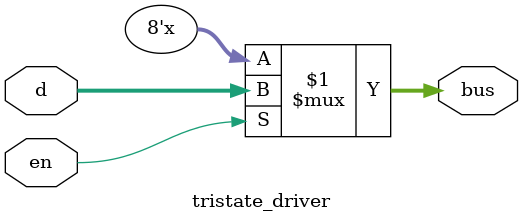
<source format=sv>
`ifndef TRISTATE_DRIVER_SV
`define TRISTATE_DRIVER_SV
    

module tristate_driver #(
    parameter int DATA_W=8
) (
    input  logic               en,
    input  logic [DATA_W-1:0]  d,
    output tri   [DATA_W-1:0]  bus
);
    assign bus = en ? d : 'z;
endmodule
    
`endif

</source>
